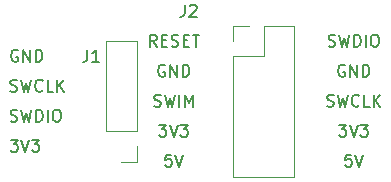
<source format=gto>
G04 #@! TF.FileFunction,Legend,Top*
%FSLAX46Y46*%
G04 Gerber Fmt 4.6, Leading zero omitted, Abs format (unit mm)*
G04 Created by KiCad (PCBNEW 4.0.7) date 07/18/19 16:35:03*
%MOMM*%
%LPD*%
G01*
G04 APERTURE LIST*
%ADD10C,0.100000*%
%ADD11C,0.200000*%
%ADD12C,0.120000*%
%ADD13C,0.150000*%
G04 APERTURE END LIST*
D10*
D11*
X144938905Y-111212381D02*
X145557953Y-111212381D01*
X145224619Y-111593333D01*
X145367477Y-111593333D01*
X145462715Y-111640952D01*
X145510334Y-111688571D01*
X145557953Y-111783810D01*
X145557953Y-112021905D01*
X145510334Y-112117143D01*
X145462715Y-112164762D01*
X145367477Y-112212381D01*
X145081762Y-112212381D01*
X144986524Y-112164762D01*
X144938905Y-112117143D01*
X145843667Y-111212381D02*
X146177000Y-112212381D01*
X146510334Y-111212381D01*
X146748429Y-111212381D02*
X147367477Y-111212381D01*
X147034143Y-111593333D01*
X147177001Y-111593333D01*
X147272239Y-111640952D01*
X147319858Y-111688571D01*
X147367477Y-111783810D01*
X147367477Y-112021905D01*
X147319858Y-112117143D01*
X147272239Y-112164762D01*
X147177001Y-112212381D01*
X146891286Y-112212381D01*
X146796048Y-112164762D01*
X146748429Y-112117143D01*
X144946953Y-109624762D02*
X145089810Y-109672381D01*
X145327906Y-109672381D01*
X145423144Y-109624762D01*
X145470763Y-109577143D01*
X145518382Y-109481905D01*
X145518382Y-109386667D01*
X145470763Y-109291429D01*
X145423144Y-109243810D01*
X145327906Y-109196190D01*
X145137429Y-109148571D01*
X145042191Y-109100952D01*
X144994572Y-109053333D01*
X144946953Y-108958095D01*
X144946953Y-108862857D01*
X144994572Y-108767619D01*
X145042191Y-108720000D01*
X145137429Y-108672381D01*
X145375525Y-108672381D01*
X145518382Y-108720000D01*
X145851715Y-108672381D02*
X146089810Y-109672381D01*
X146280287Y-108958095D01*
X146470763Y-109672381D01*
X146708858Y-108672381D01*
X147089810Y-109672381D02*
X147089810Y-108672381D01*
X147327905Y-108672381D01*
X147470763Y-108720000D01*
X147566001Y-108815238D01*
X147613620Y-108910476D01*
X147661239Y-109100952D01*
X147661239Y-109243810D01*
X147613620Y-109434286D01*
X147566001Y-109529524D01*
X147470763Y-109624762D01*
X147327905Y-109672381D01*
X147089810Y-109672381D01*
X148089810Y-109672381D02*
X148089810Y-108672381D01*
X148756476Y-108672381D02*
X148946953Y-108672381D01*
X149042191Y-108720000D01*
X149137429Y-108815238D01*
X149185048Y-109005714D01*
X149185048Y-109339048D01*
X149137429Y-109529524D01*
X149042191Y-109624762D01*
X148946953Y-109672381D01*
X148756476Y-109672381D01*
X148661238Y-109624762D01*
X148566000Y-109529524D01*
X148518381Y-109339048D01*
X148518381Y-109005714D01*
X148566000Y-108815238D01*
X148661238Y-108720000D01*
X148756476Y-108672381D01*
X144931095Y-107084762D02*
X145073952Y-107132381D01*
X145312048Y-107132381D01*
X145407286Y-107084762D01*
X145454905Y-107037143D01*
X145502524Y-106941905D01*
X145502524Y-106846667D01*
X145454905Y-106751429D01*
X145407286Y-106703810D01*
X145312048Y-106656190D01*
X145121571Y-106608571D01*
X145026333Y-106560952D01*
X144978714Y-106513333D01*
X144931095Y-106418095D01*
X144931095Y-106322857D01*
X144978714Y-106227619D01*
X145026333Y-106180000D01*
X145121571Y-106132381D01*
X145359667Y-106132381D01*
X145502524Y-106180000D01*
X145835857Y-106132381D02*
X146073952Y-107132381D01*
X146264429Y-106418095D01*
X146454905Y-107132381D01*
X146693000Y-106132381D01*
X147645381Y-107037143D02*
X147597762Y-107084762D01*
X147454905Y-107132381D01*
X147359667Y-107132381D01*
X147216809Y-107084762D01*
X147121571Y-106989524D01*
X147073952Y-106894286D01*
X147026333Y-106703810D01*
X147026333Y-106560952D01*
X147073952Y-106370476D01*
X147121571Y-106275238D01*
X147216809Y-106180000D01*
X147359667Y-106132381D01*
X147454905Y-106132381D01*
X147597762Y-106180000D01*
X147645381Y-106227619D01*
X148550143Y-107132381D02*
X148073952Y-107132381D01*
X148073952Y-106132381D01*
X148883476Y-107132381D02*
X148883476Y-106132381D01*
X149454905Y-107132381D02*
X149026333Y-106560952D01*
X149454905Y-106132381D02*
X148883476Y-106703810D01*
X145542096Y-103640000D02*
X145446858Y-103592381D01*
X145304001Y-103592381D01*
X145161143Y-103640000D01*
X145065905Y-103735238D01*
X145018286Y-103830476D01*
X144970667Y-104020952D01*
X144970667Y-104163810D01*
X145018286Y-104354286D01*
X145065905Y-104449524D01*
X145161143Y-104544762D01*
X145304001Y-104592381D01*
X145399239Y-104592381D01*
X145542096Y-104544762D01*
X145589715Y-104497143D01*
X145589715Y-104163810D01*
X145399239Y-104163810D01*
X146018286Y-104592381D02*
X146018286Y-103592381D01*
X146589715Y-104592381D01*
X146589715Y-103592381D01*
X147065905Y-104592381D02*
X147065905Y-103592381D01*
X147304000Y-103592381D01*
X147446858Y-103640000D01*
X147542096Y-103735238D01*
X147589715Y-103830476D01*
X147637334Y-104020952D01*
X147637334Y-104163810D01*
X147589715Y-104354286D01*
X147542096Y-104449524D01*
X147446858Y-104544762D01*
X147304000Y-104592381D01*
X147065905Y-104592381D01*
X157297619Y-103322381D02*
X156964285Y-102846190D01*
X156726190Y-103322381D02*
X156726190Y-102322381D01*
X157107143Y-102322381D01*
X157202381Y-102370000D01*
X157250000Y-102417619D01*
X157297619Y-102512857D01*
X157297619Y-102655714D01*
X157250000Y-102750952D01*
X157202381Y-102798571D01*
X157107143Y-102846190D01*
X156726190Y-102846190D01*
X157726190Y-102798571D02*
X158059524Y-102798571D01*
X158202381Y-103322381D02*
X157726190Y-103322381D01*
X157726190Y-102322381D01*
X158202381Y-102322381D01*
X158583333Y-103274762D02*
X158726190Y-103322381D01*
X158964286Y-103322381D01*
X159059524Y-103274762D01*
X159107143Y-103227143D01*
X159154762Y-103131905D01*
X159154762Y-103036667D01*
X159107143Y-102941429D01*
X159059524Y-102893810D01*
X158964286Y-102846190D01*
X158773809Y-102798571D01*
X158678571Y-102750952D01*
X158630952Y-102703333D01*
X158583333Y-102608095D01*
X158583333Y-102512857D01*
X158630952Y-102417619D01*
X158678571Y-102370000D01*
X158773809Y-102322381D01*
X159011905Y-102322381D01*
X159154762Y-102370000D01*
X159583333Y-102798571D02*
X159916667Y-102798571D01*
X160059524Y-103322381D02*
X159583333Y-103322381D01*
X159583333Y-102322381D01*
X160059524Y-102322381D01*
X160345238Y-102322381D02*
X160916667Y-102322381D01*
X160630952Y-103322381D02*
X160630952Y-102322381D01*
X157988096Y-104910000D02*
X157892858Y-104862381D01*
X157750001Y-104862381D01*
X157607143Y-104910000D01*
X157511905Y-105005238D01*
X157464286Y-105100476D01*
X157416667Y-105290952D01*
X157416667Y-105433810D01*
X157464286Y-105624286D01*
X157511905Y-105719524D01*
X157607143Y-105814762D01*
X157750001Y-105862381D01*
X157845239Y-105862381D01*
X157988096Y-105814762D01*
X158035715Y-105767143D01*
X158035715Y-105433810D01*
X157845239Y-105433810D01*
X158464286Y-105862381D02*
X158464286Y-104862381D01*
X159035715Y-105862381D01*
X159035715Y-104862381D01*
X159511905Y-105862381D02*
X159511905Y-104862381D01*
X159750000Y-104862381D01*
X159892858Y-104910000D01*
X159988096Y-105005238D01*
X160035715Y-105100476D01*
X160083334Y-105290952D01*
X160083334Y-105433810D01*
X160035715Y-105624286D01*
X159988096Y-105719524D01*
X159892858Y-105814762D01*
X159750000Y-105862381D01*
X159511905Y-105862381D01*
X158559524Y-112482381D02*
X158083333Y-112482381D01*
X158035714Y-112958571D01*
X158083333Y-112910952D01*
X158178571Y-112863333D01*
X158416667Y-112863333D01*
X158511905Y-112910952D01*
X158559524Y-112958571D01*
X158607143Y-113053810D01*
X158607143Y-113291905D01*
X158559524Y-113387143D01*
X158511905Y-113434762D01*
X158416667Y-113482381D01*
X158178571Y-113482381D01*
X158083333Y-113434762D01*
X158035714Y-113387143D01*
X158892857Y-112482381D02*
X159226190Y-113482381D01*
X159559524Y-112482381D01*
X157511905Y-109942381D02*
X158130953Y-109942381D01*
X157797619Y-110323333D01*
X157940477Y-110323333D01*
X158035715Y-110370952D01*
X158083334Y-110418571D01*
X158130953Y-110513810D01*
X158130953Y-110751905D01*
X158083334Y-110847143D01*
X158035715Y-110894762D01*
X157940477Y-110942381D01*
X157654762Y-110942381D01*
X157559524Y-110894762D01*
X157511905Y-110847143D01*
X158416667Y-109942381D02*
X158750000Y-110942381D01*
X159083334Y-109942381D01*
X159321429Y-109942381D02*
X159940477Y-109942381D01*
X159607143Y-110323333D01*
X159750001Y-110323333D01*
X159845239Y-110370952D01*
X159892858Y-110418571D01*
X159940477Y-110513810D01*
X159940477Y-110751905D01*
X159892858Y-110847143D01*
X159845239Y-110894762D01*
X159750001Y-110942381D01*
X159464286Y-110942381D01*
X159369048Y-110894762D01*
X159321429Y-110847143D01*
X157083334Y-108354762D02*
X157226191Y-108402381D01*
X157464287Y-108402381D01*
X157559525Y-108354762D01*
X157607144Y-108307143D01*
X157654763Y-108211905D01*
X157654763Y-108116667D01*
X157607144Y-108021429D01*
X157559525Y-107973810D01*
X157464287Y-107926190D01*
X157273810Y-107878571D01*
X157178572Y-107830952D01*
X157130953Y-107783333D01*
X157083334Y-107688095D01*
X157083334Y-107592857D01*
X157130953Y-107497619D01*
X157178572Y-107450000D01*
X157273810Y-107402381D01*
X157511906Y-107402381D01*
X157654763Y-107450000D01*
X157988096Y-107402381D02*
X158226191Y-108402381D01*
X158416668Y-107688095D01*
X158607144Y-108402381D01*
X158845239Y-107402381D01*
X159226191Y-108402381D02*
X159226191Y-107402381D01*
X159702381Y-108402381D02*
X159702381Y-107402381D01*
X160035715Y-108116667D01*
X160369048Y-107402381D01*
X160369048Y-108402381D01*
X173799524Y-112482381D02*
X173323333Y-112482381D01*
X173275714Y-112958571D01*
X173323333Y-112910952D01*
X173418571Y-112863333D01*
X173656667Y-112863333D01*
X173751905Y-112910952D01*
X173799524Y-112958571D01*
X173847143Y-113053810D01*
X173847143Y-113291905D01*
X173799524Y-113387143D01*
X173751905Y-113434762D01*
X173656667Y-113482381D01*
X173418571Y-113482381D01*
X173323333Y-113434762D01*
X173275714Y-113387143D01*
X174132857Y-112482381D02*
X174466190Y-113482381D01*
X174799524Y-112482381D01*
X172751905Y-109942381D02*
X173370953Y-109942381D01*
X173037619Y-110323333D01*
X173180477Y-110323333D01*
X173275715Y-110370952D01*
X173323334Y-110418571D01*
X173370953Y-110513810D01*
X173370953Y-110751905D01*
X173323334Y-110847143D01*
X173275715Y-110894762D01*
X173180477Y-110942381D01*
X172894762Y-110942381D01*
X172799524Y-110894762D01*
X172751905Y-110847143D01*
X173656667Y-109942381D02*
X173990000Y-110942381D01*
X174323334Y-109942381D01*
X174561429Y-109942381D02*
X175180477Y-109942381D01*
X174847143Y-110323333D01*
X174990001Y-110323333D01*
X175085239Y-110370952D01*
X175132858Y-110418571D01*
X175180477Y-110513810D01*
X175180477Y-110751905D01*
X175132858Y-110847143D01*
X175085239Y-110894762D01*
X174990001Y-110942381D01*
X174704286Y-110942381D01*
X174609048Y-110894762D01*
X174561429Y-110847143D01*
X173228096Y-104910000D02*
X173132858Y-104862381D01*
X172990001Y-104862381D01*
X172847143Y-104910000D01*
X172751905Y-105005238D01*
X172704286Y-105100476D01*
X172656667Y-105290952D01*
X172656667Y-105433810D01*
X172704286Y-105624286D01*
X172751905Y-105719524D01*
X172847143Y-105814762D01*
X172990001Y-105862381D01*
X173085239Y-105862381D01*
X173228096Y-105814762D01*
X173275715Y-105767143D01*
X173275715Y-105433810D01*
X173085239Y-105433810D01*
X173704286Y-105862381D02*
X173704286Y-104862381D01*
X174275715Y-105862381D01*
X174275715Y-104862381D01*
X174751905Y-105862381D02*
X174751905Y-104862381D01*
X174990000Y-104862381D01*
X175132858Y-104910000D01*
X175228096Y-105005238D01*
X175275715Y-105100476D01*
X175323334Y-105290952D01*
X175323334Y-105433810D01*
X175275715Y-105624286D01*
X175228096Y-105719524D01*
X175132858Y-105814762D01*
X174990000Y-105862381D01*
X174751905Y-105862381D01*
X171728095Y-108354762D02*
X171870952Y-108402381D01*
X172109048Y-108402381D01*
X172204286Y-108354762D01*
X172251905Y-108307143D01*
X172299524Y-108211905D01*
X172299524Y-108116667D01*
X172251905Y-108021429D01*
X172204286Y-107973810D01*
X172109048Y-107926190D01*
X171918571Y-107878571D01*
X171823333Y-107830952D01*
X171775714Y-107783333D01*
X171728095Y-107688095D01*
X171728095Y-107592857D01*
X171775714Y-107497619D01*
X171823333Y-107450000D01*
X171918571Y-107402381D01*
X172156667Y-107402381D01*
X172299524Y-107450000D01*
X172632857Y-107402381D02*
X172870952Y-108402381D01*
X173061429Y-107688095D01*
X173251905Y-108402381D01*
X173490000Y-107402381D01*
X174442381Y-108307143D02*
X174394762Y-108354762D01*
X174251905Y-108402381D01*
X174156667Y-108402381D01*
X174013809Y-108354762D01*
X173918571Y-108259524D01*
X173870952Y-108164286D01*
X173823333Y-107973810D01*
X173823333Y-107830952D01*
X173870952Y-107640476D01*
X173918571Y-107545238D01*
X174013809Y-107450000D01*
X174156667Y-107402381D01*
X174251905Y-107402381D01*
X174394762Y-107450000D01*
X174442381Y-107497619D01*
X175347143Y-108402381D02*
X174870952Y-108402381D01*
X174870952Y-107402381D01*
X175680476Y-108402381D02*
X175680476Y-107402381D01*
X176251905Y-108402381D02*
X175823333Y-107830952D01*
X176251905Y-107402381D02*
X175680476Y-107973810D01*
X171870953Y-103274762D02*
X172013810Y-103322381D01*
X172251906Y-103322381D01*
X172347144Y-103274762D01*
X172394763Y-103227143D01*
X172442382Y-103131905D01*
X172442382Y-103036667D01*
X172394763Y-102941429D01*
X172347144Y-102893810D01*
X172251906Y-102846190D01*
X172061429Y-102798571D01*
X171966191Y-102750952D01*
X171918572Y-102703333D01*
X171870953Y-102608095D01*
X171870953Y-102512857D01*
X171918572Y-102417619D01*
X171966191Y-102370000D01*
X172061429Y-102322381D01*
X172299525Y-102322381D01*
X172442382Y-102370000D01*
X172775715Y-102322381D02*
X173013810Y-103322381D01*
X173204287Y-102608095D01*
X173394763Y-103322381D01*
X173632858Y-102322381D01*
X174013810Y-103322381D02*
X174013810Y-102322381D01*
X174251905Y-102322381D01*
X174394763Y-102370000D01*
X174490001Y-102465238D01*
X174537620Y-102560476D01*
X174585239Y-102750952D01*
X174585239Y-102893810D01*
X174537620Y-103084286D01*
X174490001Y-103179524D01*
X174394763Y-103274762D01*
X174251905Y-103322381D01*
X174013810Y-103322381D01*
X175013810Y-103322381D02*
X175013810Y-102322381D01*
X175680476Y-102322381D02*
X175870953Y-102322381D01*
X175966191Y-102370000D01*
X176061429Y-102465238D01*
X176109048Y-102655714D01*
X176109048Y-102989048D01*
X176061429Y-103179524D01*
X175966191Y-103274762D01*
X175870953Y-103322381D01*
X175680476Y-103322381D01*
X175585238Y-103274762D01*
X175490000Y-103179524D01*
X175442381Y-102989048D01*
X175442381Y-102655714D01*
X175490000Y-102465238D01*
X175585238Y-102370000D01*
X175680476Y-102322381D01*
D12*
X155635000Y-102810000D02*
X152975000Y-102810000D01*
X155635000Y-110490000D02*
X155635000Y-102810000D01*
X152975000Y-110490000D02*
X152975000Y-102810000D01*
X155635000Y-110490000D02*
X152975000Y-110490000D01*
X155635000Y-111760000D02*
X155635000Y-113090000D01*
X155635000Y-113090000D02*
X154305000Y-113090000D01*
X163770000Y-114360000D02*
X168970000Y-114360000D01*
X163770000Y-104140000D02*
X163770000Y-114360000D01*
X168970000Y-101540000D02*
X168970000Y-114360000D01*
X163770000Y-104140000D02*
X166370000Y-104140000D01*
X166370000Y-104140000D02*
X166370000Y-101540000D01*
X166370000Y-101540000D02*
X168970000Y-101540000D01*
X163770000Y-102870000D02*
X163770000Y-101540000D01*
X163770000Y-101540000D02*
X165100000Y-101540000D01*
D13*
X151431667Y-103592381D02*
X151431667Y-104306667D01*
X151384047Y-104449524D01*
X151288809Y-104544762D01*
X151145952Y-104592381D01*
X151050714Y-104592381D01*
X152431667Y-104592381D02*
X151860238Y-104592381D01*
X152145952Y-104592381D02*
X152145952Y-103592381D01*
X152050714Y-103735238D01*
X151955476Y-103830476D01*
X151860238Y-103878095D01*
X159686667Y-99782381D02*
X159686667Y-100496667D01*
X159639047Y-100639524D01*
X159543809Y-100734762D01*
X159400952Y-100782381D01*
X159305714Y-100782381D01*
X160115238Y-99877619D02*
X160162857Y-99830000D01*
X160258095Y-99782381D01*
X160496191Y-99782381D01*
X160591429Y-99830000D01*
X160639048Y-99877619D01*
X160686667Y-99972857D01*
X160686667Y-100068095D01*
X160639048Y-100210952D01*
X160067619Y-100782381D01*
X160686667Y-100782381D01*
M02*

</source>
